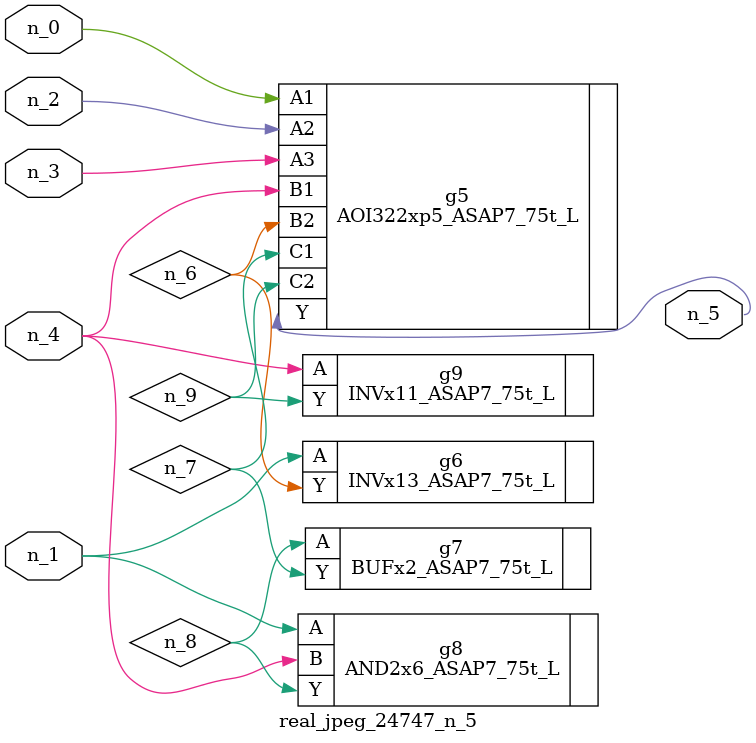
<source format=v>
module real_jpeg_24747_n_5 (n_4, n_0, n_1, n_2, n_3, n_5);

input n_4;
input n_0;
input n_1;
input n_2;
input n_3;

output n_5;

wire n_8;
wire n_6;
wire n_7;
wire n_9;

AOI322xp5_ASAP7_75t_L g5 ( 
.A1(n_0),
.A2(n_2),
.A3(n_3),
.B1(n_4),
.B2(n_6),
.C1(n_7),
.C2(n_9),
.Y(n_5)
);

INVx13_ASAP7_75t_L g6 ( 
.A(n_1),
.Y(n_6)
);

AND2x6_ASAP7_75t_L g8 ( 
.A(n_1),
.B(n_4),
.Y(n_8)
);

INVx11_ASAP7_75t_L g9 ( 
.A(n_4),
.Y(n_9)
);

BUFx2_ASAP7_75t_L g7 ( 
.A(n_8),
.Y(n_7)
);


endmodule
</source>
